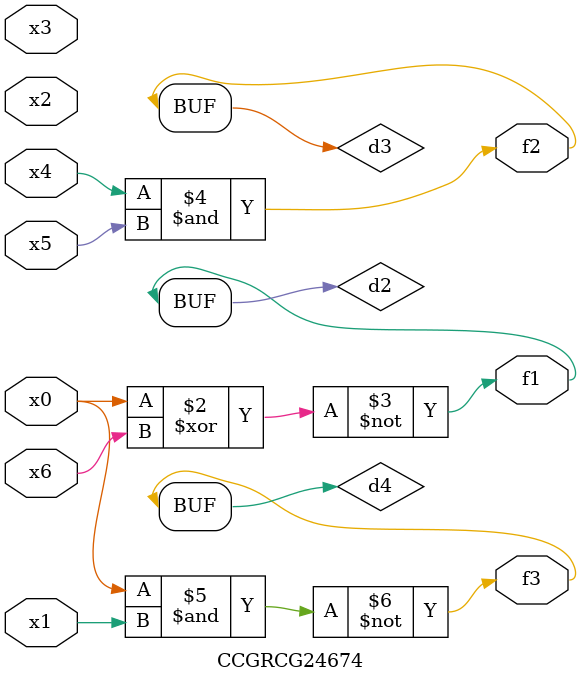
<source format=v>
module CCGRCG24674(
	input x0, x1, x2, x3, x4, x5, x6,
	output f1, f2, f3
);

	wire d1, d2, d3, d4;

	nor (d1, x0);
	xnor (d2, x0, x6);
	and (d3, x4, x5);
	nand (d4, x0, x1);
	assign f1 = d2;
	assign f2 = d3;
	assign f3 = d4;
endmodule

</source>
